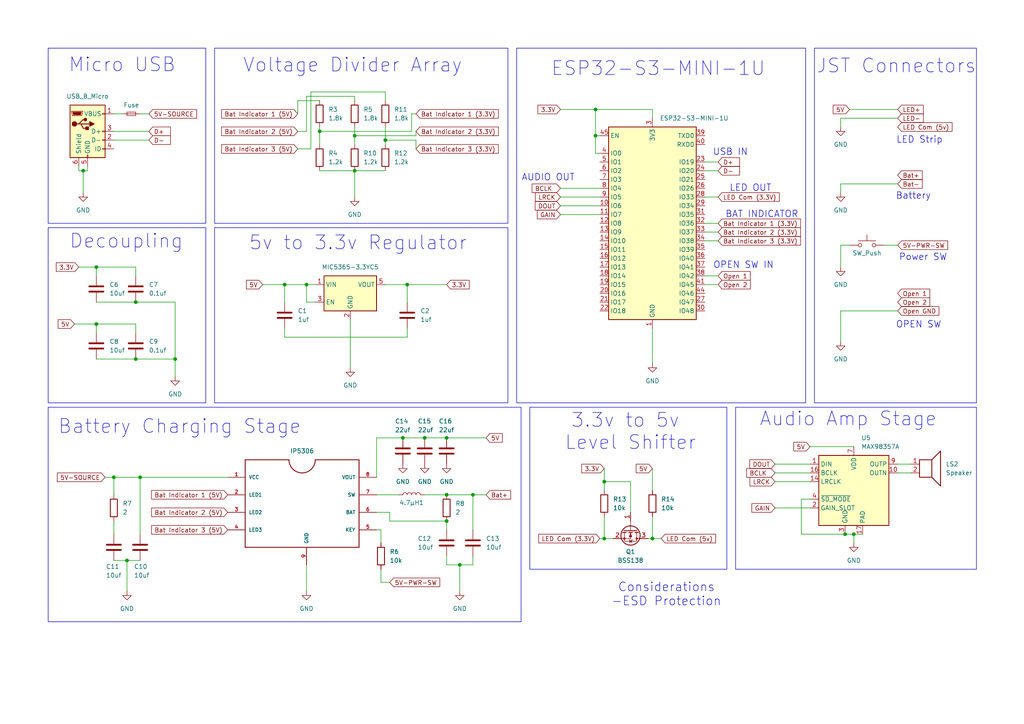
<source format=kicad_sch>
(kicad_sch (version 20250114) (generator "eeschema") (generator_version "9.0")
  (paper "A4")
  (lib_symbols
    (symbol "Audio:MAX98357A"
      (property "Reference" "U" (at -8.89 11.43 0))
      (property "Value" "MAX98357A" (at 10.16 11.43 0))
      (symbol "MAX98357A_1_1"
        (rectangle (start -10.16 10.16) (end 10.16 -10.16) (stroke (width 0.254)) (fill (type background)))
        (pin input line (at -12.7 7.62 0) (length 2.54) (name "DIN") (number "1"))
        (pin input line (at -12.7 5.08 0) (length 2.54) (name "BCLK") (number "16"))
        (pin input line (at -12.7 2.54 0) (length 2.54) (name "LRCLK") (number "14"))
        (pin input line (at -12.7 -2.54 0) (length 2.54) (name "~{SD_MODE}") (number "4"))
        (pin passive line (at -12.7 -5.08 0) (length 2.54) (name "GAIN_SLOT") (number "2"))
        (pin passive line (at -2.54 -12.7 90) (length 2.54) (hide yes) (name "GND") (number "11"))
        (pin passive line (at -2.54 -12.7 90) (length 2.54) (hide yes) (name "GND") (number "15"))
        (pin power_in line (at -2.54 -12.7 90) (length 2.54) (name "GND") (number "3"))
        (pin power_in line (at 0 12.7 270) (length 2.54) (name "VDD") (number "7"))
        (pin passive line (at 0 12.7 270) (length 2.54) (hide yes) (name "VDD") (number "8"))
        (pin unspecified line (at 2.54 -12.7 90) (length 2.54) (name "PAD") (number "17"))
        (pin no_connect line (at 10.16 2.54 180) (length 2.54) (hide yes) (name "NC") (number "5"))
        (pin no_connect line (at 10.16 0 180) (length 2.54) (hide yes) (name "NC") (number "6"))
        (pin no_connect line (at 10.16 -5.08 180) (length 2.54) (hide yes) (name "NC") (number "12"))
        (pin no_connect line (at 10.16 -7.62 180) (length 2.54) (hide yes) (name "NC") (number "13"))
        (pin output line (at 12.7 7.62 180) (length 2.54) (name "OUTP") (number "9"))
        (pin output line (at 12.7 5.08 180) (length 2.54) (name "OUTN") (number "10"))
      )
    )
    (symbol "Connector:USB_B_Micro" (pin_names (offset 1.016))
      (property "Reference" "J" (at -5.08 11.43 0))
      (property "Value" "USB_B_Micro" (at -5.08 8.89 0))
      (symbol "USB_B_Micro_0_1"
        (rectangle (start -5.08 -7.62) (end 5.08 7.62) (stroke (width 0.254)) (fill (type background)))
        (polyline (pts (xy -4.699 5.842) (xy -4.699 5.588) (xy -4.445 4.826) (xy -4.445 4.572) (xy -1.651 4.572) (xy -1.651 4.826) (xy -1.397 5.588) (xy -1.397 5.842) (xy -4.699 5.842)))
        (polyline (pts (xy -4.318 5.588) (xy -1.778 5.588) (xy -2.032 4.826) (xy -4.064 4.826) (xy -4.318 5.588)) (fill (type outline)))
        (circle (center -3.81 2.159) (radius 0.635) (stroke (width 0.254)) (fill (type outline)))
        (polyline (pts (xy -3.175 2.159) (xy -2.54 2.159) (xy -1.27 3.429) (xy -0.635 3.429)) (stroke (width 0.254)))
        (polyline (pts (xy -2.54 2.159) (xy -1.905 2.159) (xy -1.27 0.889) (xy 0 0.889)) (stroke (width 0.254)))
        (polyline (pts (xy -1.905 2.159) (xy 0.635 2.159)) (stroke (width 0.254)))
        (circle (center -0.635 3.429) (radius 0.381) (stroke (width 0.254)) (fill (type outline)))
        (rectangle (start -0.127 -7.62) (end 0.127 -6.858))
        (rectangle (start 0.254 1.27) (end -0.508 0.508) (stroke (width 0.254)) (fill (type outline)))
        (polyline (pts (xy 0.635 2.794) (xy 0.635 1.524) (xy 1.905 2.159) (xy 0.635 2.794)) (stroke (width 0.254)) (fill (type outline)))
        (rectangle (start 5.08 4.953) (end 4.318 5.207))
        (rectangle (start 5.08 -0.127) (end 4.318 0.127))
        (rectangle (start 5.08 -2.667) (end 4.318 -2.413))
        (rectangle (start 5.08 -5.207) (end 4.318 -4.953))
      )
      (symbol "USB_B_Micro_1_1"
        (pin passive line (at -2.54 -10.16 90) (length 2.54) (name "Shield") (number "6"))
        (pin power_out line (at 0 -10.16 90) (length 2.54) (name "GND") (number "5"))
        (pin power_out line (at 7.62 5.08 180) (length 2.54) (name "VBUS") (number "1"))
        (pin bidirectional line (at 7.62 0 180) (length 2.54) (name "D+") (number "3"))
        (pin bidirectional line (at 7.62 -2.54 180) (length 2.54) (name "D-") (number "2"))
        (pin passive line (at 7.62 -5.08 180) (length 2.54) (name "ID") (number "4"))
      )
    )
    (symbol "Device:C" (pin_numbers (hide yes)) (pin_names (offset 0.254))
      (property "Reference" "C" (at 0.635 2.54 0))
      (property "Value" "C" (at 0.635 -2.54 0))
      (symbol "C_0_1"
        (polyline (pts (xy -2.032 0.762) (xy 2.032 0.762)) (stroke (width 0.508)))
        (polyline (pts (xy -2.032 -0.762) (xy 2.032 -0.762)) (stroke (width 0.508)))
      )
      (symbol "C_1_1"
        (pin passive line (at 0 3.81 270) (length 2.794) (name "~") (number "1"))
        (pin passive line (at 0 -3.81 90) (length 2.794) (name "~") (number "2"))
      )
    )
    (symbol "Device:Fuse_Small" (pin_numbers (hide yes)) (pin_names (offset 0.254) (hide yes))
      (property "Reference" "F" (at 0 -1.524 0))
      (property "Value" "Fuse_Small" (at 0 1.524 0))
      (symbol "Fuse_Small_0_1"
        (rectangle (start -1.27 0.508) (end 1.27 -0.508))
        (polyline (pts (xy -1.27 0) (xy 1.27 0)))
      )
      (symbol "Fuse_Small_1_1"
        (pin passive line (at -2.54 0 0) (length 1.27) (name "~") (number "1"))
        (pin passive line (at 2.54 0 180) (length 1.27) (name "~") (number "2"))
      )
    )
    (symbol "Device:L" (pin_numbers (hide yes)) (pin_names (offset 1.016) (hide yes))
      (property "Reference" "L" (at -1.27 0 90))
      (property "Value" "L" (at 1.905 0 90))
      (symbol "L_0_1"
        (arc (start 0 2.54) (mid 0.6323 1.905) (end 0 1.27))
        (arc (start 0 1.27) (mid 0.6323 0.635) (end 0 0))
        (arc (start 0 0) (mid 0.6323 -0.635) (end 0 -1.27))
        (arc (start 0 -1.27) (mid 0.6323 -1.905) (end 0 -2.54))
      )
      (symbol "L_1_1"
        (pin passive line (at 0 3.81 270) (length 1.27) (name "1") (number "1"))
        (pin passive line (at 0 -3.81 90) (length 1.27) (name "2") (number "2"))
      )
    )
    (symbol "Device:R" (pin_numbers (hide yes)) (pin_names (offset 0))
      (property "Reference" "R" (at 2.032 0 90))
      (property "Value" "R" (at 0 0 90))
      (symbol "R_0_1"
        (rectangle (start -1.016 -2.54) (end 1.016 2.54) (stroke (width 0.254)))
      )
      (symbol "R_1_1"
        (pin passive line (at 0 3.81 270) (length 1.27) (name "~") (number "1"))
        (pin passive line (at 0 -3.81 90) (length 1.27) (name "~") (number "2"))
      )
    )
    (symbol "Device:Speaker" (pin_names (offset 0) (hide yes))
      (property "Reference" "LS" (at 1.27 5.715 0))
      (property "Value" "Speaker" (at 1.27 3.81 0))
      (symbol "Speaker_0_0"
        (rectangle (start -2.54 1.27) (end 1.016 -3.81) (stroke (width 0.254)))
        (polyline (pts (xy 1.016 1.27) (xy 3.556 3.81) (xy 3.556 -6.35) (xy 1.016 -3.81)) (stroke (width 0.254)))
      )
      (symbol "Speaker_1_1"
        (pin input line (at -5.08 0 0) (length 2.54) (name "1") (number "1"))
        (pin input line (at -5.08 -2.54 0) (length 2.54) (name "2") (number "2"))
      )
    )
    (symbol "IP5306:IP5306" (pin_names (offset 1.016))
      (property "Reference" "U" (at 12.7 17.78 0))
      (property "Value" "IP5306" (at 12.7 15.24 0))
      (symbol "IP5306_0_0"
        (polyline (pts (xy 0 25.4) (xy 0 0)) (stroke (width 0.254)))
        (polyline (pts (xy 0 0) (xy 33.02 0)) (stroke (width 0.254)))
        (polyline (pts (xy 12.7 25.4) (xy 0 25.4)) (stroke (width 0.254)))
        (arc (start 20.32 25.4) (mid 16.51 21.6066) (end 12.7 25.4) (stroke (width 0.254)))
        (polyline (pts (xy 33.02 25.4) (xy 20.32 25.4)) (stroke (width 0.254)))
        (polyline (pts (xy 33.02 0) (xy 33.02 25.4)) (stroke (width 0.254)))
        (pin power_in line (at -5.08 20.32 0) (length 5.08) (name "VCC") (number "1"))
        (pin output line (at -5.08 15.24 0) (length 5.08) (name "LED1") (number "2"))
        (pin output line (at -5.08 10.16 0) (length 5.08) (name "LED2") (number "3"))
        (pin output line (at -5.08 5.08 0) (length 5.08) (name "LED3") (number "4"))
        (pin power_in line (at 17.78 -5.08 90) (length 5.08) (name "GND") (number "9"))
        (pin output line (at 38.1 20.32 180) (length 5.08) (name "VOUT") (number "8"))
        (pin output line (at 38.1 15.24 180) (length 5.08) (name "SW") (number "7"))
        (pin input line (at 38.1 10.16 180) (length 5.08) (name "BAT") (number "6"))
        (pin input line (at 38.1 5.08 180) (length 5.08) (name "KEY") (number "5"))
      )
    )
    (symbol "MCU_Espressif:ESP32-S3-MINI-1U"
      (property "Reference" "U" (at -11.43 29.21 0))
      (property "Value" "ESP32-S3-MINI-1U" (at 12.7 29.21 0))
      (symbol "ESP32-S3-MINI-1U_0_1"
        (rectangle (start -12.7 27.94) (end 12.7 -27.94) (stroke (width 0.254)) (fill (type background)))
      )
      (symbol "ESP32-S3-MINI-1U_1_1"
        (pin input line (at -15.24 25.4 0) (length 2.54) (name "EN") (number "45"))
        (pin bidirectional line (at -15.24 20.32 0) (length 2.54) (name "IO0") (number "4"))
        (pin bidirectional line (at -15.24 17.78 0) (length 2.54) (name "IO1") (number "5"))
        (pin bidirectional line (at -15.24 15.24 0) (length 2.54) (name "IO2") (number "6"))
        (pin bidirectional line (at -15.24 12.7 0) (length 2.54) (name "IO3") (number "7"))
        (pin bidirectional line (at -15.24 10.16 0) (length 2.54) (name "IO4") (number "8"))
        (pin bidirectional line (at -15.24 7.62 0) (length 2.54) (name "IO5") (number "9"))
        (pin bidirectional line (at -15.24 5.08 0) (length 2.54) (name "IO6") (number "10"))
        (pin bidirectional line (at -15.24 2.54 0) (length 2.54) (name "IO7") (number "11"))
        (pin bidirectional line (at -15.24 0 0) (length 2.54) (name "IO8") (number "12"))
        (pin bidirectional line (at -15.24 -2.54 0) (length 2.54) (name "IO9") (number "13"))
        (pin bidirectional line (at -15.24 -5.08 0) (length 2.54) (name "IO10") (number "14"))
        (pin bidirectional line (at -15.24 -7.62 0) (length 2.54) (name "IO11") (number "15"))
        (pin bidirectional line (at -15.24 -10.16 0) (length 2.54) (name "IO12") (number "16"))
        (pin bidirectional line (at -15.24 -12.7 0) (length 2.54) (name "IO13") (number "17"))
        (pin bidirectional line (at -15.24 -15.24 0) (length 2.54) (name "IO14") (number "18"))
        (pin bidirectional line (at -15.24 -17.78 0) (length 2.54) (name "IO15") (number "19"))
        (pin bidirectional line (at -15.24 -20.32 0) (length 2.54) (name "IO16") (number "20"))
        (pin bidirectional line (at -15.24 -22.86 0) (length 2.54) (name "IO17") (number "21"))
        (pin bidirectional line (at -15.24 -25.4 0) (length 2.54) (name "IO18") (number "22"))
        (pin power_in line (at 0 30.48 270) (length 2.54) (name "3V3") (number "3"))
        (pin power_in line (at 0 -30.48 90) (length 2.54) (name "GND") (number "1"))
        (pin passive line (at 0 -30.48 90) (length 2.54) (hide yes) (name "GND") (number "2"))
        (pin passive line (at 0 -30.48 90) (length 2.54) (hide yes) (name "GND") (number "42"))
        (pin passive line (at 0 -30.48 90) (length 2.54) (hide yes) (name "GND") (number "43"))
        (pin passive line (at 0 -30.48 90) (length 2.54) (hide yes) (name "GND") (number "46"))
        (pin passive line (at 0 -30.48 90) (length 2.54) (hide yes) (name "GND") (number "47"))
        (pin passive line (at 0 -30.48 90) (length 2.54) (hide yes) (name "GND") (number "48"))
        (pin passive line (at 0 -30.48 90) (length 2.54) (hide yes) (name "GND") (number "49"))
        (pin passive line (at 0 -30.48 90) (length 2.54) (hide yes) (name "GND") (number "50"))
        (pin passive line (at 0 -30.48 90) (length 2.54) (hide yes) (name "GND") (number "51"))
        (pin passive line (at 0 -30.48 90) (length 2.54) (hide yes) (name "GND") (number "52"))
        (pin passive line (at 0 -30.48 90) (length 2.54) (hide yes) (name "GND") (number "53"))
        (pin passive line (at 0 -30.48 90) (length 2.54) (hide yes) (name "GND") (number "54"))
        (pin passive line (at 0 -30.48 90) (length 2.54) (hide yes) (name "GND") (number "55"))
        (pin passive line (at 0 -30.48 90) (length 2.54) (hide yes) (name "GND") (number "56"))
        (pin passive line (at 0 -30.48 90) (length 2.54) (hide yes) (name "GND") (number "57"))
        (pin passive line (at 0 -30.48 90) (length 2.54) (hide yes) (name "GND") (number "58"))
        (pin passive line (at 0 -30.48 90) (length 2.54) (hide yes) (name "GND") (number "59"))
        (pin passive line (at 0 -30.48 90) (length 2.54) (hide yes) (name "GND") (number "60"))
        (pin passive line (at 0 -30.48 90) (length 2.54) (hide yes) (name "GND") (number "61"))
        (pin passive line (at 0 -30.48 90) (length 2.54) (hide yes) (name "GND") (number "62"))
        (pin passive line (at 0 -30.48 90) (length 2.54) (hide yes) (name "GND") (number "63"))
        (pin passive line (at 0 -30.48 90) (length 2.54) (hide yes) (name "GND") (number "64"))
        (pin passive line (at 0 -30.48 90) (length 2.54) (hide yes) (name "GND") (number "65"))
        (pin bidirectional line (at 15.24 25.4 180) (length 2.54) (name "TXD0") (number "39"))
        (pin bidirectional line (at 15.24 22.86 180) (length 2.54) (name "RXD0") (number "40"))
        (pin bidirectional line (at 15.24 17.78 180) (length 2.54) (name "IO19") (number "23"))
        (pin bidirectional line (at 15.24 15.24 180) (length 2.54) (name "IO20") (number "24"))
        (pin bidirectional line (at 15.24 12.7 180) (length 2.54) (name "IO21") (number "25"))
        (pin bidirectional line (at 15.24 10.16 180) (length 2.54) (name "IO26") (number "26"))
        (pin bidirectional line (at 15.24 7.62 180) (length 2.54) (name "IO33") (number "28"))
        (pin bidirectional line (at 15.24 5.08 180) (length 2.54) (name "IO34") (number "29"))
        (pin bidirectional line (at 15.24 2.54 180) (length 2.54) (name "IO35") (number "31"))
        (pin bidirectional line (at 15.24 0 180) (length 2.54) (name "IO36") (number "32"))
        (pin bidirectional line (at 15.24 -2.54 180) (length 2.54) (name "IO37") (number "33"))
        (pin bidirectional line (at 15.24 -5.08 180) (length 2.54) (name "IO38") (number "34"))
        (pin bidirectional line (at 15.24 -7.62 180) (length 2.54) (name "IO39") (number "35"))
        (pin bidirectional line (at 15.24 -10.16 180) (length 2.54) (name "IO40") (number "36"))
        (pin bidirectional line (at 15.24 -12.7 180) (length 2.54) (name "IO41") (number "37"))
        (pin bidirectional line (at 15.24 -15.24 180) (length 2.54) (name "IO42") (number "38"))
        (pin bidirectional line (at 15.24 -17.78 180) (length 2.54) (name "IO45") (number "41"))
        (pin bidirectional line (at 15.24 -20.32 180) (length 2.54) (name "IO46") (number "44"))
        (pin bidirectional line (at 15.24 -22.86 180) (length 2.54) (name "IO47") (number "27"))
        (pin bidirectional line (at 15.24 -25.4 180) (length 2.54) (name "IO48") (number "30"))
      )
    )
    (symbol "Regulator_Linear:MIC5365-3.3YC5"
      (property "Reference" "U" (at -6.35 6.35 0))
      (property "Value" "MIC5365-3.3YC5" (at 0 6.35 0))
      (symbol "MIC5365-3.3YC5_0_1"
        (rectangle (start -7.62 -5.08) (end 7.62 5.08) (stroke (width 0.254)) (fill (type background)))
      )
      (symbol "MIC5365-3.3YC5_1_1"
        (pin power_in line (at -10.16 2.54 0) (length 2.54) (name "VIN") (number "1"))
        (pin input line (at -10.16 -2.54 0) (length 2.54) (name "EN") (number "3"))
        (pin power_in line (at 0 -7.62 90) (length 2.54) (name "GND") (number "2"))
        (pin no_connect line (at 7.62 -2.54 180) (length 2.54) (hide yes) (name "NC") (number "4"))
        (pin power_out line (at 10.16 2.54 180) (length 2.54) (name "VOUT") (number "5"))
      )
    )
    (symbol "Switch:SW_Push" (pin_numbers (hide yes)) (pin_names (offset 1.016) (hide yes))
      (property "Reference" "SW" (at 1.27 2.54 0))
      (property "Value" "SW_Push" (at 0 -1.524 0))
      (symbol "SW_Push_0_1"
        (circle (center -2.032 0) (radius 0.508))
        (polyline (pts (xy 0 1.27) (xy 0 3.048)))
        (circle (center 2.032 0) (radius 0.508))
        (polyline (pts (xy 2.54 1.27) (xy -2.54 1.27)))
        (pin passive line (at -5.08 0 0) (length 2.54) (name "1") (number "1"))
        (pin passive line (at 5.08 0 180) (length 2.54) (name "2") (number "2"))
      )
    )
    (symbol "Transistor_FET:BSS138" (pin_names (hide yes))
      (property "Reference" "Q" (at 5.08 1.905 0))
      (property "Value" "BSS138" (at 5.08 0 0))
      (symbol "BSS138_0_1"
        (polyline (pts (xy 0.254 1.905) (xy 0.254 -1.905)) (stroke (width 0.254)))
        (polyline (pts (xy 0.254 0) (xy -2.54 0)))
        (polyline (pts (xy 0.762 2.286) (xy 0.762 1.27)) (stroke (width 0.254)))
        (polyline (pts (xy 0.762 0.508) (xy 0.762 -0.508)) (stroke (width 0.254)))
        (polyline (pts (xy 0.762 -1.27) (xy 0.762 -2.286)) (stroke (width 0.254)))
        (polyline (pts (xy 0.762 -1.778) (xy 3.302 -1.778) (xy 3.302 1.778) (xy 0.762 1.778)))
        (polyline (pts (xy 1.016 0) (xy 2.032 0.381) (xy 2.032 -0.381) (xy 1.016 0)) (fill (type outline)))
        (circle (center 1.651 0) (radius 2.794) (stroke (width 0.254)))
        (polyline (pts (xy 2.54 2.54) (xy 2.54 1.778)))
        (circle (center 2.54 1.778) (radius 0.254) (fill (type outline)))
        (circle (center 2.54 -1.778) (radius 0.254) (fill (type outline)))
        (polyline (pts (xy 2.54 -2.54) (xy 2.54 0) (xy 0.762 0)))
        (polyline (pts (xy 2.794 0.508) (xy 2.921 0.381) (xy 3.683 0.381) (xy 3.81 0.254)))
        (polyline (pts (xy 3.302 0.381) (xy 2.921 -0.254) (xy 3.683 -0.254) (xy 3.302 0.381)))
      )
      (symbol "BSS138_1_1"
        (pin input line (at -5.08 0 0) (length 2.54) (name "G") (number "1"))
        (pin passive line (at 2.54 5.08 270) (length 2.54) (name "D") (number "3"))
        (pin passive line (at 2.54 -5.08 90) (length 2.54) (name "S") (number "2"))
      )
    )
    (symbol "power:GND" (power) (pin_names (offset 0))
      (property "Value" "GND" (at 0 -3.81 0))
      (symbol "GND_0_1"
        (polyline (pts (xy 0 0) (xy 0 -1.27) (xy 1.27 -1.27) (xy 0 -2.54) (xy -1.27 -1.27) (xy 0 -1.27)))
      )
      (symbol "GND_1_1"
        (pin power_in line (at 0 0 270) (length 0) (hide yes) (name "GND") (number "1"))
      )
    )
  )
  (rectangle (start 13.97 13.97) (end 59.69 64.77))
  (rectangle (start 62.23 13.97) (end 147.32 64.77))
  (rectangle (start 149.86 13.97) (end 233.68 116.84))
  (rectangle (start 153.67 118.11) (end 210.82 165.1))
  (rectangle (start 62.23 66.04) (end 147.32 116.84))
  (rectangle (start 13.97 66.04) (end 59.69 116.84))
  (rectangle (start 213.36 118.11) (end 283.21 165.1))
  (rectangle (start 13.97 118.11) (end 151.13 180.34))
  (rectangle (start 236.22 13.97) (end 283.21 116.84))
  (text "Power SW" (at 267.716 74.676 0) (effects (font (size 1.905 1.905))))
  (text "5v to 3.3v Regulator\n" (at 72.136 72.898 0) (effects (font (size 4 4)) (justify left bottom)))
  (text "JST Connectors" (at 236.728 21.59 0) (effects (font (size 4 4)) (justify left bottom)))
  (text "AUDIO OUT" (at 159.004 51.562 0) (effects (font (size 1.905 1.905))))
  (text "Micro USB \n\n" (at 19.812 27.686 0) (effects (font (size 4 4)) (justify left bottom)))
  (text "Battery Charging Stage\n\n" (at 16.764 132.588 0) (effects (font (size 4 4)) (justify left bottom)))
  (text "USB IN" (at 211.836 44.196 0) (effects (font (size 1.905 1.905))))
  (text "3.3v to 5v \nLevel Shifter" (at 182.88 130.81 0) (effects (font (size 4 4)) (justify bottom)))
  (text "Battery" (at 264.922 56.896 0) (effects (font (size 1.905 1.905))))
  (text "OPEN SW" (at 266.446 94.234 0) (effects (font (size 1.905 1.905))))
  (text "Decoupling\n" (at 20.066 72.39 0) (effects (font (size 4 4)) (justify left bottom)))
  (text "Audio Amp Stage" (at 220.218 123.952 0) (effects (font (size 4 4)) (justify left bottom)))
  (text "LED OUT" (at 217.678 54.61 0) (effects (font (size 1.905 1.905))))
  (text "Voltage Divider Array" (at 70.358 21.336 0) (effects (font (size 4 4)) (justify left bottom)))
  (text "Considerations\n-ESD Protection" (at 193.294 172.466 0) (effects (font (size 2.54 2.54))))
  (text "LED Strip" (at 266.7 40.64 0) (effects (font (size 1.905 1.905))))
  (text "ESP32-S3-MINI-1U" (at 159.766 22.352 0) (effects (font (size 4 4)) (justify left bottom)))
  (text "OPEN SW IN" (at 215.646 76.962 0) (effects (font (size 1.905 1.905))))
  (text "BAT INDICATOR" (at 220.98 62.23 0) (effects (font (size 1.905 1.905))))
  (junction (at 133.35 163.83))
  (junction (at 129.54 151.13))
  (junction (at 129.54 143.51))
  (junction (at 123.19 127))
  (junction (at 102.87 49.53))
  (junction (at 116.84 127))
  (junction (at 39.37 104.14))
  (junction (at 82.55 82.55))
  (junction (at 245.11 154.94))
  (junction (at 175.26 156.21))
  (junction (at 102.87 39.37))
  (junction (at 172.72 39.37))
  (junction (at 247.65 154.94))
  (junction (at 189.23 156.21))
  (junction (at 111.76 40.64))
  (junction (at 175.26 139.7))
  (junction (at 27.94 93.98))
  (junction (at 118.11 82.55))
  (junction (at 129.54 127))
  (junction (at 50.8 104.14))
  (junction (at 172.72 31.75))
  (junction (at 39.37 87.63))
  (junction (at 24.13 49.53))
  (junction (at 27.94 77.47))
  (junction (at 92.71 38.1))
  (junction (at 137.16 143.51))
  (junction (at 40.64 138.43))
  (junction (at 88.9 82.55))
  (junction (at 36.83 162.56))
  (junction (at 33.02 138.43))
  (wire (pts (xy 111.76 26.67) (xy 111.76 29.21)))
  (wire (pts (xy 40.64 138.43) (xy 40.64 154.94)))
  (wire (pts (xy 129.54 151.13) (xy 113.03 151.13)))
  (wire (pts (xy 120.65 39.37) (xy 120.65 38.1)))
  (wire (pts (xy 39.37 93.98) (xy 39.37 96.52)))
  (wire (pts (xy 40.64 138.43) (xy 66.04 138.43)))
  (wire (pts (xy 120.65 40.64) (xy 120.65 43.18)))
  (wire (pts (xy 27.94 77.47) (xy 27.94 80.01)))
  (wire (pts (xy 187.96 156.21) (xy 189.23 156.21)))
  (wire (pts (xy 243.84 71.12) (xy 243.84 77.47)))
  (wire (pts (xy 246.38 31.75) (xy 260.35 31.75)))
  (wire (pts (xy 86.36 29.21) (xy 92.71 29.21)))
  (wire (pts (xy 204.47 46.99) (xy 208.28 46.99)))
  (wire (pts (xy 224.79 139.7) (xy 234.95 139.7)))
  (wire (pts (xy 82.55 87.63) (xy 82.55 82.55)))
  (wire (pts (xy 88.9 87.63) (xy 88.9 82.55)))
  (wire (pts (xy 204.47 49.53) (xy 208.28 49.53)))
  (wire (pts (xy 118.11 82.55) (xy 118.11 87.63)))
  (wire (pts (xy 76.2 82.55) (xy 82.55 82.55)))
  (wire (pts (xy 111.76 40.64) (xy 111.76 41.91)))
  (wire (pts (xy 119.38 33.02) (xy 120.65 33.02)))
  (wire (pts (xy 175.26 139.7) (xy 175.26 142.24)))
  (wire (pts (xy 137.16 143.51) (xy 137.16 153.67)))
  (wire (pts (xy 36.83 162.56) (xy 40.64 162.56)))
  (wire (pts (xy 110.49 153.67) (xy 110.49 157.48)))
  (wire (pts (xy 175.26 135.89) (xy 175.26 139.7)))
  (wire (pts (xy 189.23 31.75) (xy 189.23 34.29)))
  (wire (pts (xy 162.56 62.23) (xy 173.99 62.23)))
  (wire (pts (xy 109.22 148.59) (xy 113.03 148.59)))
  (wire (pts (xy 24.13 55.88) (xy 24.13 49.53)))
  (wire (pts (xy 102.87 49.53) (xy 111.76 49.53)))
  (wire (pts (xy 21.59 93.98) (xy 27.94 93.98)))
  (wire (pts (xy 247.65 154.94) (xy 247.65 157.48)))
  (wire (pts (xy 92.71 49.53) (xy 102.87 49.53)))
  (wire (pts (xy 189.23 135.89) (xy 189.23 142.24)))
  (wire (pts (xy 224.79 137.16) (xy 234.95 137.16)))
  (wire (pts (xy 27.94 77.47) (xy 39.37 77.47)))
  (wire (pts (xy 109.22 143.51) (xy 115.57 143.51)))
  (wire (pts (xy 110.49 168.91) (xy 113.03 168.91)))
  (wire (pts (xy 118.11 97.79) (xy 118.11 95.25)))
  (wire (pts (xy 24.13 49.53) (xy 25.4 49.53)))
  (wire (pts (xy 25.4 49.53) (xy 25.4 48.26)))
  (wire (pts (xy 243.84 53.34) (xy 260.35 53.34)))
  (wire (pts (xy 102.87 57.15) (xy 102.87 49.53)))
  (wire (pts (xy 243.84 53.34) (xy 243.84 55.88)))
  (wire (pts (xy 243.84 90.17) (xy 260.35 90.17)))
  (wire (pts (xy 109.22 153.67) (xy 110.49 153.67)))
  (wire (pts (xy 86.36 38.1) (xy 88.9 38.1)))
  (wire (pts (xy 173.99 156.21) (xy 175.26 156.21)))
  (wire (pts (xy 172.72 44.45) (xy 173.99 44.45)))
  (wire (pts (xy 129.54 163.83) (xy 129.54 161.29)))
  (wire (pts (xy 129.54 143.51) (xy 137.16 143.51)))
  (wire (pts (xy 50.8 87.63) (xy 50.8 104.14)))
  (wire (pts (xy 88.9 82.55) (xy 91.44 82.55)))
  (wire (pts (xy 33.02 162.56) (xy 36.83 162.56)))
  (wire (pts (xy 245.11 154.94) (xy 247.65 154.94)))
  (wire (pts (xy 86.36 33.02) (xy 86.36 29.21)))
  (wire (pts (xy 33.02 40.64) (xy 43.18 40.64)))
  (wire (pts (xy 27.94 104.14) (xy 39.37 104.14)))
  (wire (pts (xy 172.72 39.37) (xy 172.72 44.45)))
  (wire (pts (xy 36.83 162.56) (xy 36.83 171.45)))
  (wire (pts (xy 92.71 38.1) (xy 92.71 41.91)))
  (wire (pts (xy 260.35 71.12) (xy 256.54 71.12)))
  (wire (pts (xy 175.26 156.21) (xy 177.8 156.21)))
  (wire (pts (xy 50.8 104.14) (xy 50.8 109.22)))
  (wire (pts (xy 137.16 163.83) (xy 137.16 161.29)))
  (wire (pts (xy 113.03 151.13) (xy 113.03 148.59)))
  (wire (pts (xy 204.47 64.77) (xy 208.28 64.77)))
  (wire (pts (xy 247.65 154.94) (xy 250.19 154.94)))
  (wire (pts (xy 90.17 26.67) (xy 111.76 26.67)))
  (wire (pts (xy 260.35 137.16) (xy 264.16 137.16)))
  (wire (pts (xy 40.64 33.02) (xy 43.18 33.02)))
  (wire (pts (xy 102.87 36.83) (xy 102.87 39.37)))
  (wire (pts (xy 260.35 34.29) (xy 243.84 34.29)))
  (wire (pts (xy 162.56 59.69) (xy 173.99 59.69)))
  (wire (pts (xy 234.95 129.54) (xy 247.65 129.54)))
  (wire (pts (xy 111.76 82.55) (xy 118.11 82.55)))
  (wire (pts (xy 27.94 93.98) (xy 27.94 96.52)))
  (wire (pts (xy 27.94 93.98) (xy 39.37 93.98)))
  (wire (pts (xy 82.55 97.79) (xy 82.55 95.25)))
  (wire (pts (xy 22.86 49.53) (xy 22.86 48.26)))
  (wire (pts (xy 33.02 138.43) (xy 40.64 138.43)))
  (wire (pts (xy 260.35 134.62) (xy 264.16 134.62)))
  (wire (pts (xy 39.37 104.14) (xy 50.8 104.14)))
  (wire (pts (xy 224.79 134.62) (xy 234.95 134.62)))
  (wire (pts (xy 189.23 156.21) (xy 191.77 156.21)))
  (wire (pts (xy 162.56 57.15) (xy 173.99 57.15)))
  (wire (pts (xy 92.71 38.1) (xy 119.38 38.1)))
  (wire (pts (xy 118.11 82.55) (xy 129.54 82.55)))
  (wire (pts (xy 162.56 31.75) (xy 172.72 31.75)))
  (wire (pts (xy 88.9 163.83) (xy 88.9 171.45)))
  (wire (pts (xy 245.11 154.94) (xy 232.41 154.94)))
  (wire (pts (xy 91.44 87.63) (xy 88.9 87.63)))
  (wire (pts (xy 102.87 39.37) (xy 120.65 39.37)))
  (wire (pts (xy 33.02 38.1) (xy 43.18 38.1)))
  (wire (pts (xy 111.76 40.64) (xy 120.65 40.64)))
  (wire (pts (xy 123.19 127) (xy 129.54 127)))
  (wire (pts (xy 204.47 82.55) (xy 208.28 82.55)))
  (wire (pts (xy 243.84 71.12) (xy 246.38 71.12)))
  (wire (pts (xy 33.02 138.43) (xy 33.02 143.51)))
  (wire (pts (xy 224.79 147.32) (xy 234.95 147.32)))
  (wire (pts (xy 137.16 143.51) (xy 140.97 143.51)))
  (wire (pts (xy 204.47 67.31) (xy 208.28 67.31)))
  (wire (pts (xy 92.71 36.83) (xy 92.71 38.1)))
  (wire (pts (xy 189.23 149.86) (xy 189.23 156.21)))
  (wire (pts (xy 22.86 49.53) (xy 24.13 49.53)))
  (wire (pts (xy 101.6 92.71) (xy 101.6 106.68)))
  (wire (pts (xy 175.26 149.86) (xy 175.26 156.21)))
  (wire (pts (xy 82.55 82.55) (xy 88.9 82.55)))
  (wire (pts (xy 86.36 43.18) (xy 90.17 43.18)))
  (wire (pts (xy 109.22 127) (xy 116.84 127)))
  (wire (pts (xy 33.02 151.13) (xy 33.02 154.94)))
  (wire (pts (xy 204.47 57.15) (xy 208.28 57.15)))
  (wire (pts (xy 102.87 39.37) (xy 102.87 41.91)))
  (wire (pts (xy 27.94 87.63) (xy 39.37 87.63)))
  (wire (pts (xy 22.86 77.47) (xy 27.94 77.47)))
  (wire (pts (xy 172.72 31.75) (xy 189.23 31.75)))
  (wire (pts (xy 116.84 127) (xy 123.19 127)))
  (wire (pts (xy 33.02 33.02) (xy 35.56 33.02)))
  (wire (pts (xy 172.72 31.75) (xy 172.72 39.37)))
  (wire (pts (xy 102.87 27.94) (xy 102.87 29.21)))
  (wire (pts (xy 232.41 144.78) (xy 234.95 144.78)))
  (wire (pts (xy 204.47 69.85) (xy 208.28 69.85)))
  (wire (pts (xy 82.55 97.79) (xy 118.11 97.79)))
  (wire (pts (xy 119.38 38.1) (xy 119.38 33.02)))
  (wire (pts (xy 88.9 38.1) (xy 88.9 27.94)))
  (wire (pts (xy 90.17 43.18) (xy 90.17 26.67)))
  (wire (pts (xy 110.49 165.1) (xy 110.49 168.91)))
  (wire (pts (xy 243.84 99.06) (xy 243.84 90.17)))
  (wire (pts (xy 129.54 163.83) (xy 133.35 163.83)))
  (wire (pts (xy 232.41 154.94) (xy 232.41 144.78)))
  (wire (pts (xy 30.48 138.43) (xy 33.02 138.43)))
  (wire (pts (xy 162.56 54.61) (xy 173.99 54.61)))
  (wire (pts (xy 133.35 163.83) (xy 133.35 171.45)))
  (wire (pts (xy 204.47 80.01) (xy 208.28 80.01)))
  (wire (pts (xy 189.23 95.25) (xy 189.23 105.41)))
  (wire (pts (xy 109.22 127) (xy 109.22 138.43)))
  (wire (pts (xy 129.54 151.13) (xy 129.54 153.67)))
  (wire (pts (xy 133.35 163.83) (xy 137.16 163.83)))
  (wire (pts (xy 39.37 77.47) (xy 39.37 80.01)))
  (wire (pts (xy 243.84 34.29) (xy 243.84 36.83)))
  (wire (pts (xy 129.54 127) (xy 140.97 127)))
  (wire (pts (xy 182.88 139.7) (xy 182.88 148.59)))
  (wire (pts (xy 123.19 143.51) (xy 129.54 143.51)))
  (wire (pts (xy 172.72 39.37) (xy 173.99 39.37)))
  (wire (pts (xy 88.9 27.94) (xy 102.87 27.94)))
  (wire (pts (xy 175.26 139.7) (xy 182.88 139.7)))
  (wire (pts (xy 39.37 87.63) (xy 50.8 87.63)))
  (wire (pts (xy 111.76 36.83) (xy 111.76 40.64)))
  (global_label "5V-SOURCE" (shape input) (at 43.18 33.02 0) (property "Intersheetrefs" "${INTERSHEET_REFS}" (effects (hide yes))))
  (global_label "Bat Indicator 3 (5V)" (shape input) (at 66.04 153.67 180) (property "Intersheetrefs" "${INTERSHEET_REFS}" (effects (hide yes))))
  (global_label "DOUT" (shape input) (at 162.56 59.69 180) (property "Intersheetrefs" "${INTERSHEET_REFS}" (effects (hide yes))))
  (global_label "Bat Indicator 2 (5V)" (shape input) (at 66.04 148.59 180) (property "Intersheetrefs" "${INTERSHEET_REFS}" (effects (hide yes))))
  (global_label "Bat Indicator 3 (3.3V)" (shape input) (at 120.65 43.18 0) (property "Intersheetrefs" "${INTERSHEET_REFS}" (effects (hide yes))))
  (global_label "Open 1" (shape input) (at 260.35 85.09 0) (property "Intersheetrefs" "${INTERSHEET_REFS}" (effects (hide yes))))
  (global_label "Bat Indicator 3 (3.3V)" (shape input) (at 208.28 69.85 0) (property "Intersheetrefs" "${INTERSHEET_REFS}" (effects (hide yes))))
  (global_label "Bat Indicator 1 (3.3V)" (shape input) (at 120.65 33.02 0) (property "Intersheetrefs" "${INTERSHEET_REFS}" (effects (hide yes))))
  (global_label "BCLK " (shape input) (at 224.79 137.16 180) (property "Intersheetrefs" "${INTERSHEET_REFS}" (effects (hide yes))))
  (global_label "5V" (shape input) (at 246.38 31.75 180) (property "Intersheetrefs" "${INTERSHEET_REFS}" (effects (hide yes))))
  (global_label "Open 2" (shape input) (at 260.35 87.63 0) (property "Intersheetrefs" "${INTERSHEET_REFS}" (effects (hide yes))))
  (global_label "Bat+" (shape input) (at 260.35 50.8 0) (property "Intersheetrefs" "${INTERSHEET_REFS}" (effects (hide yes))))
  (global_label "5V-PWR-SW" (shape input) (at 113.03 168.91 0) (property "Intersheetrefs" "${INTERSHEET_REFS}" (effects (hide yes))))
  (global_label "5V" (shape input) (at 76.2 82.55 180) (property "Intersheetrefs" "${INTERSHEET_REFS}" (effects (hide yes))))
  (global_label "GAIN" (shape input) (at 162.56 62.23 180) (property "Intersheetrefs" "${INTERSHEET_REFS}" (effects (hide yes))))
  (global_label "LED-" (shape input) (at 260.35 34.29 0) (property "Intersheetrefs" "${INTERSHEET_REFS}" (effects (hide yes))))
  (global_label "LRCK" (shape input) (at 162.56 57.15 180) (property "Intersheetrefs" "${INTERSHEET_REFS}" (effects (hide yes))))
  (global_label "D+ " (shape input) (at 43.18 38.1 0) (property "Intersheetrefs" "${INTERSHEET_REFS}" (effects (hide yes))))
  (global_label "Bat Indicator 2 (5V)" (shape input) (at 86.36 38.1 180) (property "Intersheetrefs" "${INTERSHEET_REFS}" (effects (hide yes))))
  (global_label "3.3V" (shape input) (at 22.86 77.47 180) (property "Intersheetrefs" "${INTERSHEET_REFS}" (effects (hide yes))))
  (global_label "3.3V" (shape input) (at 162.56 31.75 180) (property "Intersheetrefs" "${INTERSHEET_REFS}" (effects (hide yes))))
  (global_label "D+ " (shape input) (at 208.28 46.99 0) (property "Intersheetrefs" "${INTERSHEET_REFS}" (effects (hide yes))))
  (global_label "BCLK " (shape input) (at 162.56 54.61 180) (property "Intersheetrefs" "${INTERSHEET_REFS}" (effects (hide yes))))
  (global_label "GAIN" (shape input) (at 224.79 147.32 180) (property "Intersheetrefs" "${INTERSHEET_REFS}" (effects (hide yes))))
  (global_label "LED Com (5v)" (shape input) (at 191.77 156.21 0) (property "Intersheetrefs" "${INTERSHEET_REFS}" (effects (hide yes))))
  (global_label "Bat Indicator 1 (5V)" (shape input) (at 86.36 33.02 180) (property "Intersheetrefs" "${INTERSHEET_REFS}" (effects (hide yes))))
  (global_label "5V-PWR-SW" (shape input) (at 260.35 71.12 0) (property "Intersheetrefs" "${INTERSHEET_REFS}" (effects (hide yes))))
  (global_label "LRCK" (shape input) (at 224.79 139.7 180) (property "Intersheetrefs" "${INTERSHEET_REFS}" (effects (hide yes))))
  (global_label "LED Com (5v)" (shape input) (at 260.35 36.83 0) (property "Intersheetrefs" "${INTERSHEET_REFS}" (effects (hide yes))))
  (global_label "LED+" (shape input) (at 260.35 31.75 0) (property "Intersheetrefs" "${INTERSHEET_REFS}" (effects (hide yes))))
  (global_label "5V" (shape input) (at 21.59 93.98 180) (property "Intersheetrefs" "${INTERSHEET_REFS}" (effects (hide yes))))
  (global_label "D- " (shape input) (at 43.18 40.64 0) (property "Intersheetrefs" "${INTERSHEET_REFS}" (effects (hide yes))))
  (global_label "Bat Indicator 2 (3.3V)" (shape input) (at 208.28 67.31 0) (property "Intersheetrefs" "${INTERSHEET_REFS}" (effects (hide yes))))
  (global_label "3.3V" (shape input) (at 129.54 82.55 0) (property "Intersheetrefs" "${INTERSHEET_REFS}" (effects (hide yes))))
  (global_label "5V-SOURCE" (shape input) (at 30.48 138.43 180) (property "Intersheetrefs" "${INTERSHEET_REFS}" (effects (hide yes))))
  (global_label "LED Com (3.3V)" (shape input) (at 173.99 156.21 180) (property "Intersheetrefs" "${INTERSHEET_REFS}" (effects (hide yes))))
  (global_label "LED Com (3.3V)" (shape input) (at 208.28 57.15 0) (property "Intersheetrefs" "${INTERSHEET_REFS}" (effects (hide yes))))
  (global_label "Open GND" (shape input) (at 260.35 90.17 0) (property "Intersheetrefs" "${INTERSHEET_REFS}" (effects (hide yes))))
  (global_label "DOUT" (shape input) (at 224.79 134.62 180) (property "Intersheetrefs" "${INTERSHEET_REFS}" (effects (hide yes))))
  (global_label "Bat-" (shape input) (at 260.35 53.34 0) (property "Intersheetrefs" "${INTERSHEET_REFS}" (effects (hide yes))))
  (global_label "Open 1" (shape input) (at 208.28 80.01 0) (property "Intersheetrefs" "${INTERSHEET_REFS}" (effects (hide yes))))
  (global_label "Bat Indicator 2 (3.3V)" (shape input) (at 120.65 38.1 0) (property "Intersheetrefs" "${INTERSHEET_REFS}" (effects (hide yes))))
  (global_label "Bat Indicator 1 (3.3V)" (shape input) (at 208.28 64.77 0) (property "Intersheetrefs" "${INTERSHEET_REFS}" (effects (hide yes))))
  (global_label "Bat Indicator 3 (5V)" (shape input) (at 86.36 43.18 180) (property "Intersheetrefs" "${INTERSHEET_REFS}" (effects (hide yes))))
  (global_label "5V" (shape input) (at 140.97 127 0) (property "Intersheetrefs" "${INTERSHEET_REFS}" (effects (hide yes))))
  (global_label "5V" (shape input) (at 189.23 135.89 180) (property "Intersheetrefs" "${INTERSHEET_REFS}" (effects (hide yes))))
  (global_label "Open 2" (shape input) (at 208.28 82.55 0) (property "Intersheetrefs" "${INTERSHEET_REFS}" (effects (hide yes))))
  (global_label "D- " (shape input) (at 208.28 49.53 0) (property "Intersheetrefs" "${INTERSHEET_REFS}" (effects (hide yes))))
  (global_label "3.3V" (shape input) (at 175.26 135.89 180) (property "Intersheetrefs" "${INTERSHEET_REFS}" (effects (hide yes))))
  (global_label "Bat Indicator 1 (5V)" (shape input) (at 66.04 143.51 180) (property "Intersheetrefs" "${INTERSHEET_REFS}" (effects (hide yes))))
  (global_label "Bat+" (shape input) (at 140.97 143.51 0) (property "Intersheetrefs" "${INTERSHEET_REFS}" (effects (hide yes))))
  (global_label "5V" (shape input) (at 234.95 129.54 180) (property "Intersheetrefs" "${INTERSHEET_REFS}" (effects (hide yes))))
  (symbol (lib_id "Device:C") (at 39.37 83.82 0) (unit 1)
    (property "Reference" "C7" (at 43.18 82.55 0) (effects (justify left)))
    (property "Value" "0.1uf" (at 43.18 85.09 0) (effects (justify left)))
    (property "Footprint" "Capacitor_SMD:C_0805_2012Metric" (effects (hide yes)))
  )
  (symbol (lib_id "Device:C") (at 39.37 100.33 0) (unit 1)
    (property "Reference" "C9" (at 43.18 99.06 0) (effects (justify left)))
    (property "Value" "0.1uf" (at 43.18 101.6 0) (effects (justify left)))
    (property "Footprint" "Capacitor_SMD:C_0805_2012Metric" (effects (hide yes)))
  )
  (symbol (lib_id "Device:C") (at 129.54 130.81 0) (unit 1)
    (property "Reference" "C16" (at 127.254 122.174 0) (effects (justify left)))
    (property "Value" "22uf" (at 127.254 124.714 0) (effects (justify left)))
    (property "Footprint" "Capacitor_SMD:C_0805_2012Metric" (effects (hide yes)))
  )
  (symbol (lib_id "power:GND") (at 129.54 134.62 0) (unit 1)
    (property "Reference" "#PWR016" (effects (hide yes)))
    (property "Value" "GND" (at 129.54 139.7 0))
  )
  (symbol (lib_id "power:GND") (at 243.84 55.88 0) (unit 1)
    (property "Reference" "#PWR08" (effects (hide yes)))
    (property "Value" "GND" (at 243.84 60.96 0))
  )
  (symbol (lib_id "power:GND") (at 123.19 134.62 0) (unit 1)
    (property "Reference" "#PWR015" (effects (hide yes)))
    (property "Value" "GND" (at 123.19 139.7 0))
  )
  (symbol (lib_id "power:GND") (at 102.87 57.15 0) (unit 1)
    (property "Reference" "#PWR04" (effects (hide yes)))
    (property "Value" "GND" (at 102.87 62.23 0))
  )
  (symbol (lib_id "Device:C") (at 82.55 91.44 0) (unit 1)
    (property "Reference" "C1" (at 86.36 90.1699 0) (effects (justify left)))
    (property "Value" "1uf" (at 86.36 92.7099 0) (effects (justify left)))
    (property "Footprint" "Capacitor_SMD:C_0805_2012Metric" (effects (hide yes)))
  )
  (symbol (lib_id "Device:C") (at 118.11 91.44 0) (unit 1)
    (property "Reference" "C2" (at 121.92 90.1699 0) (effects (justify left)))
    (property "Value" "1uf" (at 121.92 92.7099 0) (effects (justify left)))
    (property "Footprint" "Capacitor_SMD:C_0805_2012Metric" (effects (hide yes)))
  )
  (symbol (lib_id "Device:R") (at 110.49 161.29 0) (unit 1)
    (property "Reference" "R6" (at 113.03 160.0199 0) (effects (justify left)))
    (property "Value" "10k" (at 113.03 162.5599 0) (effects (justify left)))
    (property "Footprint" "Resistor_SMD:R_0805_2012Metric" (effects (hide yes)))
  )
  (symbol (lib_id "Device:R") (at 33.02 147.32 0) (unit 1)
    (property "Reference" "R7" (at 35.56 146.0499 0) (effects (justify left)))
    (property "Value" "2" (at 35.56 148.5899 0) (effects (justify left)))
    (property "Footprint" "Resistor_SMD:R_0805_2012Metric" (effects (hide yes)))
  )
  (symbol (lib_id "Device:R") (at 189.23 146.05 0) (unit 1)
    (property "Reference" "R14" (at 191.77 144.7799 0) (effects (justify left)))
    (property "Value" "10k" (at 191.77 147.3199 0) (effects (justify left)))
    (property "Footprint" "Resistor_SMD:R_0805_2012Metric" (effects (hide yes)))
  )
  (symbol (lib_id "Device:Fuse_Small") (at 38.1 33.02 0) (unit 1)
    (property "Reference" "F1" (effects (hide yes)))
    (property "Value" "Fuse" (at 38.1 30.48 0))
    (property "Footprint" "Fuse:Fuse_1206_3216Metric" (effects (hide yes)))
    (property "Description" "Fuse, small symbol" (effects (hide yes)))
  )
  (symbol (lib_id "Device:R") (at 102.87 45.72 180) (unit 1)
    (property "Reference" "R10" (at 105.41 44.4499 0) (effects (justify right)))
    (property "Value" "1.2k" (at 105.41 46.9899 0) (effects (justify right)))
    (property "Footprint" "Resistor_SMD:R_0805_2012Metric" (effects (hide yes)))
  )
  (symbol (lib_id "Switch:SW_Push") (at 251.46 71.12 0) (unit 1)
    (property "Reference" "SW2" (effects (hide yes)))
    (property "Value" "SW_Push" (at 251.46 73.406 0))
    (property "Description" "Push button switch, generic, two pins" (effects (hide yes)))
  )
  (symbol (lib_id "IP5306:IP5306") (at 71.12 158.75 0) (unit 1)
    (property "Reference" "U3" (effects (hide yes)))
    (property "Value" "IP5306" (at 87.63 130.81 0))
    (property "Footprint" "IP5306:SOIC9P127_490X600X170L84X42T330X241N" (effects (hide yes)))
    (property "MF" "Injoinic" (effects (hide yes)))
    (property "Description_1" "Fully-Integrated Power Bank System-On-Chip with 2.1A charger, 2.4A discharger" (effects (hide yes)))
    (property "Package" "None" (effects (hide yes)))
    (property "Price" "None" (effects (hide yes)))
    (property "SnapEDA_Link" "https://www.snapeda.com/parts/IP5306/Injoinic/view-part/?ref=snap" (effects (hide yes)))
    (property "MP" "IP5306" (effects (hide yes)))
    (property "Availability" "In Stock" (effects (hide yes)))
    (property "Check_prices" "https://www.snapeda.com/parts/IP5306/Injoinic/view-part/?ref=eda" (effects (hide yes)))
  )
  (symbol (lib_id "Device:L") (at 119.38 143.51 90) (unit 1)
    (property "Reference" "4.7 µH1" (at 119.38 145.796 90))
    (property "Value" "L" (effects (hide yes)))
    (property "Footprint" "Inductor_SMD:L_Wuerth_WE-GF-1210" (effects (hide yes)))
    (property "Description" "Inductor" (effects (hide yes)))
  )
  (symbol (lib_id "power:GND") (at 247.65 157.48 0) (unit 1)
    (property "Reference" "#PWR014" (effects (hide yes)))
    (property "Value" "GND" (at 247.65 162.56 0))
  )
  (symbol (lib_id "power:GND") (at 24.13 55.88 0) (unit 1)
    (property "Reference" "#PWR011" (effects (hide yes)))
    (property "Value" "GND" (at 24.13 60.96 0))
  )
  (symbol (lib_id "Device:R") (at 102.87 33.02 180) (unit 1)
    (property "Reference" "R5" (at 105.41 31.7499 0) (effects (justify right)))
    (property "Value" "1.8k" (at 105.41 34.2899 0) (effects (justify right)))
    (property "Footprint" "Resistor_SMD:R_0805_2012Metric" (effects (hide yes)))
  )
  (symbol (lib_id "power:GND") (at 50.8 109.22 0) (unit 1)
    (property "Reference" "#PWR012" (effects (hide yes)))
    (property "Value" "GND" (at 50.8 114.3 0))
  )
  (symbol (lib_id "power:GND") (at 116.84 134.62 0) (unit 1)
    (property "Reference" "#PWR013" (effects (hide yes)))
    (property "Value" "GND" (at 116.84 139.7 0))
  )
  (symbol (lib_id "Device:C") (at 40.64 158.75 0) (unit 1)
    (property "Reference" "C10" (at 38.862 164.338 0) (effects (justify left)))
    (property "Value" "10uf" (at 38.862 166.878 0) (effects (justify left)))
    (property "Footprint" "Capacitor_SMD:C_0805_2012Metric" (effects (hide yes)))
  )
  (symbol (lib_id "power:GND") (at 243.84 77.47 0) (unit 1)
    (property "Reference" "#PWR017" (effects (hide yes)))
    (property "Value" "GND" (at 243.84 82.55 0))
  )
  (symbol (lib_id "Device:R") (at 175.26 146.05 0) (unit 1)
    (property "Reference" "R13" (at 177.8 144.7799 0) (effects (justify left)))
    (property "Value" "10k" (at 177.8 147.3199 0) (effects (justify left)))
    (property "Footprint" "Resistor_SMD:R_0805_2012Metric" (effects (hide yes)))
  )
  (symbol (lib_id "power:GND") (at 243.84 36.83 0) (unit 1)
    (property "Reference" "#PWR07" (effects (hide yes)))
    (property "Value" "GND" (at 243.84 41.91 0))
  )
  (symbol (lib_id "Device:C") (at 27.94 83.82 0) (unit 1)
    (property "Reference" "C6" (at 31.75 82.55 0) (effects (justify left)))
    (property "Value" "10uf" (at 31.75 85.09 0) (effects (justify left)))
    (property "Footprint" "Capacitor_SMD:C_0805_2012Metric" (effects (hide yes)))
  )
  (symbol (lib_id "Device:C") (at 123.19 130.81 0) (unit 1)
    (property "Reference" "C15" (at 121.158 122.174 0) (effects (justify left)))
    (property "Value" "22uf" (at 121.158 124.714 0) (effects (justify left)))
    (property "Footprint" "Capacitor_SMD:C_0805_2012Metric" (effects (hide yes)))
  )
  (symbol (lib_id "power:GND") (at 88.9 171.45 0) (unit 1)
    (property "Reference" "#PWR06" (effects (hide yes)))
    (property "Value" "GND" (at 88.9 176.53 0))
  )
  (symbol (lib_id "MCU_Espressif:ESP32-S3-MINI-1U") (at 189.23 64.77 0) (unit 1)
    (property "Reference" "U1" (effects (hide yes)))
    (property "Value" "ESP32-S3-MINI-1U" (at 191.3733 34.29 0) (effects (justify left)))
    (property "Footprint" "RF_Module:ESP32-S2-MINI-1U" (effects (hide yes)))
    (property "Datasheet" "https://www.espressif.com/sites/default/files/documentation/esp32-s3-mini-1_mini-1u_datasheet_en.pdf" (effects (hide yes)))
  )
  (symbol (lib_id "Audio:MAX98357A") (at 247.65 142.24 0) (unit 1)
    (property "Reference" "U5" (at 249.7933 127 0) (effects (justify left)))
    (property "Value" "MAX98357A" (at 249.7933 129.54 0) (effects (justify left)))
    (property "Footprint" "Package_DFN_QFN:TQFN-16-1EP_3x3mm_P0.5mm_EP1.23x1.23mm" (effects (hide yes)))
    (property "Datasheet" "https://www.analog.com/media/en/technical-documentation/data-sheets/MAX98357A-MAX98357B.pdf" (effects (hide yes)))
    (property "Description" "Mono DAC with amplifier, I2S, PCM, TDM, 32-bit, 96khz, 3.2W, TQFP-16" (effects (hide yes)))
  )
  (symbol (lib_id "Device:R") (at 92.71 45.72 180) (unit 1)
    (property "Reference" "R4" (at 95.25 44.4499 0) (effects (justify right)))
    (property "Value" "1.2k" (at 95.25 46.9899 0) (effects (justify right)))
    (property "Footprint" "Resistor_SMD:R_0805_2012Metric" (effects (hide yes)))
  )
  (symbol (lib_id "Device:C") (at 33.02 158.75 0) (unit 1)
    (property "Reference" "C11" (at 30.734 164.338 0) (effects (justify left)))
    (property "Value" "10uf" (at 30.734 166.878 0) (effects (justify left)))
    (property "Footprint" "Capacitor_SMD:C_0805_2012Metric" (effects (hide yes)))
  )
  (symbol (lib_id "Transistor_FET:BSS138") (at 182.88 153.67 270) (unit 1)
    (property "Reference" "Q1" (at 182.88 160.02 90))
    (property "Value" "BSS138" (at 182.88 162.56 90))
    (property "Footprint" "Package_TO_SOT_SMD:SOT-23" (effects (hide yes)))
    (property "Datasheet" "https://www.onsemi.com/pub/Collateral/BSS138-D.PDF" (effects (hide yes)))
    (property "Description" "50V Vds, 0.22A Id, N-Channel MOSFET, SOT-23" (effects (hide yes)))
  )
  (symbol (lib_id "power:GND") (at 243.84 99.06 0) (unit 1)
    (property "Reference" "#PWR05" (effects (hide yes)))
    (property "Value" "GND" (at 243.84 104.14 0))
  )
  (symbol (lib_id "Device:C") (at 129.54 157.48 0) (unit 1)
    (property "Reference" "C12" (at 121.158 156.21 0) (effects (justify left)))
    (property "Value" "10uf" (at 121.158 158.75 0) (effects (justify left)))
    (property "Footprint" "Capacitor_SMD:C_0805_2012Metric" (effects (hide yes)))
  )
  (symbol (lib_id "Regulator_Linear:MIC5365-3.3YC5") (at 101.6 85.09 0) (unit 1)
    (property "Reference" "U4" (effects (hide yes)))
    (property "Value" "MIC5365-3.3YC5" (at 101.6 77.47 0))
    (property "Footprint" "Package_TO_SOT_SMD:SOT-353_SC-70-5" (effects (hide yes)))
    (property "Datasheet" "http://ww1.microchip.com/downloads/en/DeviceDoc/mic5365.pdf" (effects (hide yes)))
    (property "Description" "150mA Low-dropout Voltage Regulator, Vout 3.3V, Vin up to 5.5V, SC-70-5" (effects (hide yes)))
  )
  (symbol (lib_id "Device:R") (at 111.76 45.72 180) (unit 1)
    (property "Reference" "R12" (at 114.3 44.4499 0) (effects (justify right)))
    (property "Value" "1.2k" (at 114.3 46.9899 0) (effects (justify right)))
    (property "Footprint" "Resistor_SMD:R_0805_2012Metric" (effects (hide yes)))
  )
  (symbol (lib_id "Device:R") (at 111.76 33.02 180) (unit 1)
    (property "Reference" "R11" (at 114.3 31.7499 0) (effects (justify right)))
    (property "Value" "1.8k" (at 114.3 34.2899 0) (effects (justify right)))
    (property "Footprint" "Resistor_SMD:R_0805_2012Metric" (effects (hide yes)))
  )
  (symbol (lib_id "Device:R") (at 92.71 33.02 180) (unit 1)
    (property "Reference" "R3" (at 95.25 31.7499 0) (effects (justify right)))
    (property "Value" "1.8k" (at 95.25 34.2899 0) (effects (justify right)))
    (property "Footprint" "Resistor_SMD:R_0805_2012Metric" (effects (hide yes)))
  )
  (symbol (lib_id "Device:C") (at 116.84 130.81 0) (unit 1)
    (property "Reference" "C14" (at 114.554 122.174 0) (effects (justify left)))
    (property "Value" "22uf" (at 114.554 124.714 0) (effects (justify left)))
    (property "Footprint" "Capacitor_SMD:C_0805_2012Metric" (effects (hide yes)))
  )
  (symbol (lib_id "power:GND") (at 101.6 106.68 0) (unit 1)
    (property "Reference" "#PWR02" (effects (hide yes)))
    (property "Value" "GND" (at 101.6 111.76 0))
  )
  (symbol (lib_id "Device:Speaker") (at 269.24 134.62 0) (unit 1)
    (property "Reference" "LS2" (at 274.32 134.6199 0) (effects (justify left)))
    (property "Value" "Speaker" (at 274.32 137.1599 0) (effects (justify left)))
    (property "Footprint" "Buzzer_Beeper:MagneticBuzzer_PUI_AT-0927-TT-6-R" (effects (hide yes)))
    (property "Description" "Speaker" (effects (hide yes)))
  )
  (symbol (lib_id "power:GND") (at 133.35 171.45 0) (unit 1)
    (property "Reference" "#PWR010" (effects (hide yes)))
    (property "Value" "GND" (at 133.35 176.53 0))
  )
  (symbol (lib_id "Connector:USB_B_Micro") (at 25.4 38.1 0) (unit 1)
    (property "Reference" "J1" (effects (hide yes)))
    (property "Value" "USB_B_Micro" (at 25.4 27.94 0))
    (property "Footprint" "Connector_USB:USB_Micro-AB_Molex_47590-0001" (effects (hide yes)))
    (property "Description" "USB Micro Type B connector" (effects (hide yes)))
  )
  (symbol (lib_id "Device:C") (at 137.16 157.48 0) (unit 1)
    (property "Reference" "C13" (at 140.97 156.2099 0) (effects (justify left)))
    (property "Value" "10uf" (at 140.97 158.7499 0) (effects (justify left)))
    (property "Footprint" "Capacitor_SMD:C_0805_2012Metric" (effects (hide yes)))
  )
  (symbol (lib_id "Device:R") (at 129.54 147.32 0) (unit 1)
    (property "Reference" "R8" (at 132.08 146.0499 0) (effects (justify left)))
    (property "Value" "2" (at 132.08 148.5899 0) (effects (justify left)))
    (property "Footprint" "Resistor_SMD:R_0805_2012Metric" (effects (hide yes)))
  )
  (symbol (lib_id "power:GND") (at 189.23 105.41 0) (unit 1)
    (property "Reference" "#PWR03" (effects (hide yes)))
    (property "Value" "GND" (at 189.23 110.49 0))
  )
  (symbol (lib_id "power:GND") (at 36.83 171.45 0) (unit 1)
    (property "Reference" "#PWR09" (effects (hide yes)))
    (property "Value" "GND" (at 36.83 176.53 0))
  )
  (symbol (lib_id "Device:C") (at 27.94 100.33 0) (unit 1)
    (property "Reference" "C8" (at 31.75 99.06 0) (effects (justify left)))
    (property "Value" "10uf" (at 31.75 101.6 0) (effects (justify left)))
    (property "Footprint" "Capacitor_SMD:C_0805_2012Metric" (effects (hide yes)))
  )
)
</source>
